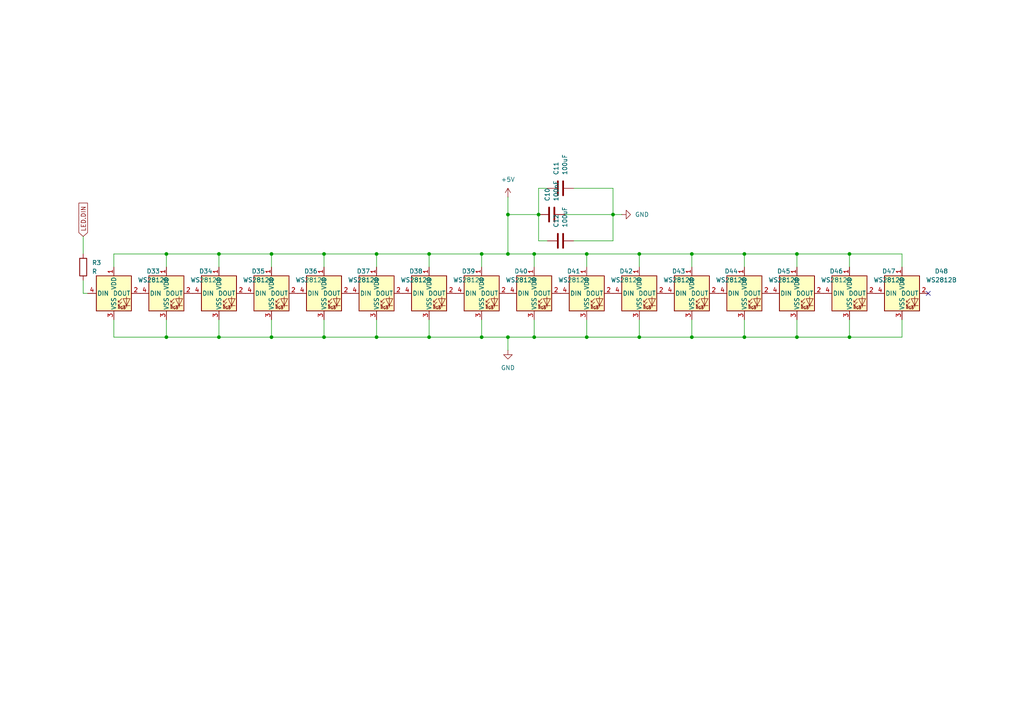
<source format=kicad_sch>
(kicad_sch (version 20250114) (generator "eeschema") (generator_version "9.0")
  (paper "A4")
  (lib_symbols
    (symbol "Device:C" (pin_numbers (hide yes)) (pin_names (offset 0.254))
      (property "Reference" "C" (at 0.635 2.54 0))
      (property "Value" "C" (at 0.635 -2.54 0))
      (symbol "C_0_1"
        (polyline (pts (xy -2.032 0.762) (xy 2.032 0.762)) (stroke (width 0.508)))
        (polyline (pts (xy -2.032 -0.762) (xy 2.032 -0.762)) (stroke (width 0.508)))
      )
      (symbol "C_1_1"
        (pin passive line (at 0 3.81 270) (length 2.794) (name "~") (number "1"))
        (pin passive line (at 0 -3.81 90) (length 2.794) (name "~") (number "2"))
      )
    )
    (symbol "Device:R" (pin_numbers (hide yes)) (pin_names (offset 0))
      (property "Reference" "R" (at 2.032 0 90))
      (property "Value" "R" (at 0 0 90))
      (symbol "R_0_1"
        (rectangle (start -1.016 -2.54) (end 1.016 2.54) (stroke (width 0.254)))
      )
      (symbol "R_1_1"
        (pin passive line (at 0 3.81 270) (length 1.27) (name "~") (number "1"))
        (pin passive line (at 0 -3.81 90) (length 1.27) (name "~") (number "2"))
      )
    )
    (symbol "LED:WS2812B" (pin_names (offset 0.254))
      (property "Reference" "D" (at 5.08 5.715 0))
      (property "Value" "WS2812B" (at 1.27 -5.715 0))
      (symbol "WS2812B_0_0"
        (text "RGB" (at 2.286 -4.191 0) (effects (font (size 0.762 0.762))))
      )
      (symbol "WS2812B_0_1"
        (polyline (pts (xy 1.27 -2.54) (xy 1.778 -2.54)))
        (polyline (pts (xy 1.27 -3.556) (xy 1.778 -3.556)))
        (polyline (pts (xy 2.286 -1.524) (xy 1.27 -2.54) (xy 1.27 -2.032)))
        (polyline (pts (xy 2.286 -2.54) (xy 1.27 -3.556) (xy 1.27 -3.048)))
        (polyline (pts (xy 3.683 -1.016) (xy 3.683 -3.556) (xy 3.683 -4.064)))
        (polyline (pts (xy 4.699 -1.524) (xy 2.667 -1.524) (xy 3.683 -3.556) (xy 4.699 -1.524)))
        (polyline (pts (xy 4.699 -3.556) (xy 2.667 -3.556)))
        (rectangle (start 5.08 5.08) (end -5.08 -5.08) (stroke (width 0.254)) (fill (type background)))
      )
      (symbol "WS2812B_1_1"
        (pin input line (at -7.62 0 0) (length 2.54) (name "DIN") (number "4"))
        (pin power_in line (at 0 7.62 270) (length 2.54) (name "VDD") (number "1"))
        (pin power_in line (at 0 -7.62 90) (length 2.54) (name "VSS") (number "3"))
        (pin output line (at 7.62 0 180) (length 2.54) (name "DOUT") (number "2"))
      )
    )
    (symbol "power:+5V" (power) (pin_numbers (hide yes)) (pin_names (offset 0) (hide yes))
      (property "Value" "+5V" (at 0 3.556 0))
      (symbol "+5V_0_1"
        (polyline (pts (xy -0.762 1.27) (xy 0 2.54)))
        (polyline (pts (xy 0 2.54) (xy 0.762 1.27)))
        (polyline (pts (xy 0 0) (xy 0 2.54)))
      )
      (symbol "+5V_1_1"
        (pin power_in line (at 0 0 90) (length 0) (name "~") (number "1"))
      )
    )
    (symbol "power:GND" (power) (pin_numbers (hide yes)) (pin_names (offset 0) (hide yes))
      (property "Value" "GND" (at 0 -3.81 0))
      (symbol "GND_0_1"
        (polyline (pts (xy 0 0) (xy 0 -1.27) (xy 1.27 -1.27) (xy 0 -2.54) (xy -1.27 -1.27) (xy 0 -1.27)))
      )
      (symbol "GND_1_1"
        (pin power_in line (at 0 0 270) (length 0) (name "~") (number "1"))
      )
    )
  )
  (junction (at 48.26 73.66))
  (junction (at 78.74 73.66))
  (junction (at 215.9 73.66))
  (junction (at 154.94 73.66))
  (junction (at 200.66 73.66))
  (junction (at 246.38 73.66))
  (junction (at 63.5 73.66))
  (junction (at 200.66 97.79))
  (junction (at 215.9 97.79))
  (junction (at 147.32 73.66))
  (junction (at 246.38 97.79))
  (junction (at 139.7 97.79))
  (junction (at 63.5 97.79))
  (junction (at 124.46 97.79))
  (junction (at 185.42 97.79))
  (junction (at 124.46 73.66))
  (junction (at 185.42 73.66))
  (junction (at 109.22 73.66))
  (junction (at 48.26 97.79))
  (junction (at 231.14 73.66))
  (junction (at 147.32 97.79))
  (junction (at 93.98 97.79))
  (junction (at 109.22 97.79))
  (junction (at 154.94 97.79))
  (junction (at 139.7 73.66))
  (junction (at 177.8 62.23))
  (junction (at 170.18 73.66))
  (junction (at 170.18 97.79))
  (junction (at 156.21 62.23))
  (junction (at 93.98 73.66))
  (junction (at 231.14 97.79))
  (junction (at 78.74 97.79))
  (junction (at 147.32 62.23))
  (no_connect (at 269.24 85.09))
  (wire (pts (xy 78.74 73.66) (xy 78.74 77.47)))
  (wire (pts (xy 109.22 73.66) (xy 93.98 73.66)))
  (wire (pts (xy 154.94 73.66) (xy 170.18 73.66)))
  (wire (pts (xy 156.21 54.61) (xy 156.21 62.23)))
  (wire (pts (xy 109.22 97.79) (xy 124.46 97.79)))
  (wire (pts (xy 231.14 73.66) (xy 231.14 77.47)))
  (wire (pts (xy 246.38 73.66) (xy 261.62 73.66)))
  (wire (pts (xy 158.75 54.61) (xy 156.21 54.61)))
  (wire (pts (xy 261.62 92.71) (xy 261.62 97.79)))
  (wire (pts (xy 63.5 73.66) (xy 63.5 77.47)))
  (wire (pts (xy 109.22 73.66) (xy 109.22 77.47)))
  (wire (pts (xy 200.66 73.66) (xy 215.9 73.66)))
  (wire (pts (xy 231.14 92.71) (xy 231.14 97.79)))
  (wire (pts (xy 147.32 73.66) (xy 154.94 73.66)))
  (wire (pts (xy 48.26 73.66) (xy 33.02 73.66)))
  (wire (pts (xy 24.13 81.28) (xy 24.13 85.09)))
  (wire (pts (xy 261.62 77.47) (xy 261.62 73.66)))
  (wire (pts (xy 154.94 73.66) (xy 154.94 77.47)))
  (wire (pts (xy 215.9 92.71) (xy 215.9 97.79)))
  (wire (pts (xy 63.5 73.66) (xy 48.26 73.66)))
  (wire (pts (xy 177.8 62.23) (xy 180.34 62.23)))
  (wire (pts (xy 231.14 73.66) (xy 246.38 73.66)))
  (wire (pts (xy 231.14 97.79) (xy 215.9 97.79)))
  (wire (pts (xy 33.02 97.79) (xy 48.26 97.79)))
  (wire (pts (xy 93.98 97.79) (xy 109.22 97.79)))
  (wire (pts (xy 166.37 54.61) (xy 177.8 54.61)))
  (wire (pts (xy 147.32 62.23) (xy 156.21 62.23)))
  (wire (pts (xy 124.46 73.66) (xy 139.7 73.66)))
  (wire (pts (xy 147.32 57.15) (xy 147.32 62.23)))
  (wire (pts (xy 63.5 97.79) (xy 78.74 97.79)))
  (wire (pts (xy 33.02 92.71) (xy 33.02 97.79)))
  (wire (pts (xy 78.74 73.66) (xy 63.5 73.66)))
  (wire (pts (xy 185.42 73.66) (xy 200.66 73.66)))
  (wire (pts (xy 215.9 73.66) (xy 215.9 77.47)))
  (wire (pts (xy 200.66 97.79) (xy 185.42 97.79)))
  (wire (pts (xy 170.18 92.71) (xy 170.18 97.79)))
  (wire (pts (xy 139.7 73.66) (xy 139.7 77.47)))
  (wire (pts (xy 93.98 73.66) (xy 93.98 77.47)))
  (wire (pts (xy 48.26 73.66) (xy 48.26 77.47)))
  (wire (pts (xy 24.13 68.58) (xy 24.13 73.66)))
  (wire (pts (xy 170.18 73.66) (xy 185.42 73.66)))
  (wire (pts (xy 177.8 69.85) (xy 177.8 62.23)))
  (wire (pts (xy 124.46 73.66) (xy 109.22 73.66)))
  (wire (pts (xy 158.75 69.85) (xy 156.21 69.85)))
  (wire (pts (xy 147.32 97.79) (xy 147.32 101.6)))
  (wire (pts (xy 163.83 62.23) (xy 177.8 62.23)))
  (wire (pts (xy 156.21 69.85) (xy 156.21 62.23)))
  (wire (pts (xy 139.7 97.79) (xy 147.32 97.79)))
  (wire (pts (xy 124.46 97.79) (xy 139.7 97.79)))
  (wire (pts (xy 185.42 73.66) (xy 185.42 77.47)))
  (wire (pts (xy 215.9 73.66) (xy 231.14 73.66)))
  (wire (pts (xy 154.94 92.71) (xy 154.94 97.79)))
  (wire (pts (xy 246.38 97.79) (xy 231.14 97.79)))
  (wire (pts (xy 185.42 92.71) (xy 185.42 97.79)))
  (wire (pts (xy 170.18 73.66) (xy 170.18 77.47)))
  (wire (pts (xy 93.98 73.66) (xy 78.74 73.66)))
  (wire (pts (xy 177.8 54.61) (xy 177.8 62.23)))
  (wire (pts (xy 200.66 92.71) (xy 200.66 97.79)))
  (wire (pts (xy 78.74 97.79) (xy 93.98 97.79)))
  (wire (pts (xy 200.66 73.66) (xy 200.66 77.47)))
  (wire (pts (xy 154.94 97.79) (xy 147.32 97.79)))
  (wire (pts (xy 261.62 97.79) (xy 246.38 97.79)))
  (wire (pts (xy 24.13 85.09) (xy 25.4 85.09)))
  (wire (pts (xy 139.7 73.66) (xy 147.32 73.66)))
  (wire (pts (xy 93.98 92.71) (xy 93.98 97.79)))
  (wire (pts (xy 48.26 92.71) (xy 48.26 97.79)))
  (wire (pts (xy 48.26 97.79) (xy 63.5 97.79)))
  (wire (pts (xy 124.46 73.66) (xy 124.46 77.47)))
  (wire (pts (xy 78.74 92.71) (xy 78.74 97.79)))
  (wire (pts (xy 215.9 97.79) (xy 200.66 97.79)))
  (wire (pts (xy 185.42 97.79) (xy 170.18 97.79)))
  (wire (pts (xy 109.22 92.71) (xy 109.22 97.79)))
  (wire (pts (xy 147.32 62.23) (xy 147.32 73.66)))
  (wire (pts (xy 139.7 92.71) (xy 139.7 97.79)))
  (wire (pts (xy 246.38 73.66) (xy 246.38 77.47)))
  (wire (pts (xy 124.46 92.71) (xy 124.46 97.79)))
  (wire (pts (xy 33.02 73.66) (xy 33.02 77.47)))
  (wire (pts (xy 166.37 69.85) (xy 177.8 69.85)))
  (wire (pts (xy 170.18 97.79) (xy 154.94 97.79)))
  (wire (pts (xy 246.38 92.71) (xy 246.38 97.79)))
  (wire (pts (xy 63.5 92.71) (xy 63.5 97.79)))
  (global_label "LED.DIN" (shape input) (at 24.13 68.58 90) (property "Intersheetrefs" "${INTERSHEET_REFS}" (effects (hide yes))))
  (symbol (lib_id "Device:C") (at 162.56 69.85 90) (unit 1)
    (property "Reference" "C12" (at 161.2899 66.04 0) (effects (justify left)))
    (property "Value" "100uF" (at 163.8299 66.04 0) (effects (justify left)))
    (property "Description" "Unpolarized capacitor" (effects (hide yes)))
  )
  (symbol (lib_id "LED:WS2812B") (at 154.94 85.09 0) (unit 1)
    (property "Reference" "D41" (at 166.37 78.6698 0))
    (property "Value" "WS2812B" (at 166.37 81.2098 0))
    (property "Footprint" "LED_SMD:LED_WS2812B_PLCC4_5.0x5.0mm_P3.2mm" (effects (hide yes)))
    (property "Datasheet" "https://cdn-shop.adafruit.com/datasheets/WS2812B.pdf" (effects (hide yes)))
    (property "Description" "RGB LED with integrated controller" (effects (hide yes)))
  )
  (symbol (lib_id "LED:WS2812B") (at 200.66 85.09 0) (unit 1)
    (property "Reference" "D44" (at 212.09 78.6698 0))
    (property "Value" "WS2812B" (at 212.09 81.2098 0))
    (property "Footprint" "LED_SMD:LED_WS2812B_PLCC4_5.0x5.0mm_P3.2mm" (effects (hide yes)))
    (property "Datasheet" "https://cdn-shop.adafruit.com/datasheets/WS2812B.pdf" (effects (hide yes)))
    (property "Description" "RGB LED with integrated controller" (effects (hide yes)))
  )
  (symbol (lib_id "LED:WS2812B") (at 185.42 85.09 0) (unit 1)
    (property "Reference" "D43" (at 196.85 78.6698 0))
    (property "Value" "WS2812B" (at 196.85 81.2098 0))
    (property "Footprint" "LED_SMD:LED_WS2812B_PLCC4_5.0x5.0mm_P3.2mm" (effects (hide yes)))
    (property "Datasheet" "https://cdn-shop.adafruit.com/datasheets/WS2812B.pdf" (effects (hide yes)))
    (property "Description" "RGB LED with integrated controller" (effects (hide yes)))
  )
  (symbol (lib_id "LED:WS2812B") (at 63.5 85.09 0) (unit 1)
    (property "Reference" "D35" (at 74.93 78.6698 0))
    (property "Value" "WS2812B" (at 74.93 81.2098 0))
    (property "Footprint" "LED_SMD:LED_WS2812B_PLCC4_5.0x5.0mm_P3.2mm" (effects (hide yes)))
    (property "Datasheet" "https://cdn-shop.adafruit.com/datasheets/WS2812B.pdf" (effects (hide yes)))
    (property "Description" "RGB LED with integrated controller" (effects (hide yes)))
  )
  (symbol (lib_id "LED:WS2812B") (at 246.38 85.09 0) (unit 1)
    (property "Reference" "D47" (at 257.81 78.6698 0))
    (property "Value" "WS2812B" (at 257.81 81.2098 0))
    (property "Footprint" "LED_SMD:LED_WS2812B_PLCC4_5.0x5.0mm_P3.2mm" (effects (hide yes)))
    (property "Datasheet" "https://cdn-shop.adafruit.com/datasheets/WS2812B.pdf" (effects (hide yes)))
    (property "Description" "RGB LED with integrated controller" (effects (hide yes)))
  )
  (symbol (lib_id "power:GND") (at 180.34 62.23 90) (unit 1)
    (property "Reference" "#PWR024" (effects (hide yes)))
    (property "Value" "GND" (at 184.15 62.2299 90) (effects (justify right)))
    (property "Description" "Power symbol creates a global label with name \"GND\" , ground" (effects (hide yes)))
  )
  (symbol (lib_id "LED:WS2812B") (at 139.7 85.09 0) (unit 1)
    (property "Reference" "D40" (at 151.13 78.6698 0))
    (property "Value" "WS2812B" (at 151.13 81.2098 0))
    (property "Footprint" "LED_SMD:LED_WS2812B_PLCC4_5.0x5.0mm_P3.2mm" (effects (hide yes)))
    (property "Datasheet" "https://cdn-shop.adafruit.com/datasheets/WS2812B.pdf" (effects (hide yes)))
    (property "Description" "RGB LED with integrated controller" (effects (hide yes)))
  )
  (symbol (lib_id "LED:WS2812B") (at 78.74 85.09 0) (unit 1)
    (property "Reference" "D36" (at 90.17 78.6698 0))
    (property "Value" "WS2812B" (at 90.17 81.2098 0))
    (property "Footprint" "LED_SMD:LED_WS2812B_PLCC4_5.0x5.0mm_P3.2mm" (effects (hide yes)))
    (property "Datasheet" "https://cdn-shop.adafruit.com/datasheets/WS2812B.pdf" (effects (hide yes)))
    (property "Description" "RGB LED with integrated controller" (effects (hide yes)))
  )
  (symbol (lib_id "LED:WS2812B") (at 261.62 85.09 0) (unit 1)
    (property "Reference" "D48" (at 273.05 78.6698 0))
    (property "Value" "WS2812B" (at 273.05 81.2098 0))
    (property "Footprint" "LED_SMD:LED_WS2812B_PLCC4_5.0x5.0mm_P3.2mm" (effects (hide yes)))
    (property "Datasheet" "https://cdn-shop.adafruit.com/datasheets/WS2812B.pdf" (effects (hide yes)))
    (property "Description" "RGB LED with integrated controller" (effects (hide yes)))
  )
  (symbol (lib_id "LED:WS2812B") (at 33.02 85.09 0) (unit 1)
    (property "Reference" "D33" (at 44.45 78.6698 0))
    (property "Value" "WS2812B" (at 44.45 81.2098 0))
    (property "Footprint" "LED_SMD:LED_WS2812B_PLCC4_5.0x5.0mm_P3.2mm" (effects (hide yes)))
    (property "Datasheet" "https://cdn-shop.adafruit.com/datasheets/WS2812B.pdf" (effects (hide yes)))
    (property "Description" "RGB LED with integrated controller" (effects (hide yes)))
  )
  (symbol (lib_id "LED:WS2812B") (at 109.22 85.09 0) (unit 1)
    (property "Reference" "D38" (at 120.65 78.6698 0))
    (property "Value" "WS2812B" (at 120.65 81.2098 0))
    (property "Footprint" "LED_SMD:LED_WS2812B_PLCC4_5.0x5.0mm_P3.2mm" (effects (hide yes)))
    (property "Datasheet" "https://cdn-shop.adafruit.com/datasheets/WS2812B.pdf" (effects (hide yes)))
    (property "Description" "RGB LED with integrated controller" (effects (hide yes)))
  )
  (symbol (lib_id "Device:C") (at 160.02 62.23 90) (unit 1)
    (property "Reference" "C10" (at 158.7499 58.42 0) (effects (justify left)))
    (property "Value" "100nF" (at 161.2899 58.42 0) (effects (justify left)))
    (property "Description" "Unpolarized capacitor" (effects (hide yes)))
  )
  (symbol (lib_id "Device:R") (at 24.13 77.47 0) (unit 1)
    (property "Reference" "R3" (at 26.67 76.1999 0) (effects (justify left)))
    (property "Value" "R" (at 26.67 78.7399 0) (effects (justify left)))
    (property "Description" "Resistor" (effects (hide yes)))
  )
  (symbol (lib_id "LED:WS2812B") (at 231.14 85.09 0) (unit 1)
    (property "Reference" "D46" (at 242.57 78.6698 0))
    (property "Value" "WS2812B" (at 242.57 81.2098 0))
    (property "Footprint" "LED_SMD:LED_WS2812B_PLCC4_5.0x5.0mm_P3.2mm" (effects (hide yes)))
    (property "Datasheet" "https://cdn-shop.adafruit.com/datasheets/WS2812B.pdf" (effects (hide yes)))
    (property "Description" "RGB LED with integrated controller" (effects (hide yes)))
  )
  (symbol (lib_id "LED:WS2812B") (at 124.46 85.09 0) (unit 1)
    (property "Reference" "D39" (at 135.89 78.6698 0))
    (property "Value" "WS2812B" (at 135.89 81.2098 0))
    (property "Footprint" "LED_SMD:LED_WS2812B_PLCC4_5.0x5.0mm_P3.2mm" (effects (hide yes)))
    (property "Datasheet" "https://cdn-shop.adafruit.com/datasheets/WS2812B.pdf" (effects (hide yes)))
    (property "Description" "RGB LED with integrated controller" (effects (hide yes)))
  )
  (symbol (lib_id "LED:WS2812B") (at 170.18 85.09 0) (unit 1)
    (property "Reference" "D42" (at 181.61 78.6698 0))
    (property "Value" "WS2812B" (at 181.61 81.2098 0))
    (property "Footprint" "LED_SMD:LED_WS2812B_PLCC4_5.0x5.0mm_P3.2mm" (effects (hide yes)))
    (property "Datasheet" "https://cdn-shop.adafruit.com/datasheets/WS2812B.pdf" (effects (hide yes)))
    (property "Description" "RGB LED with integrated controller" (effects (hide yes)))
  )
  (symbol (lib_id "power:GND") (at 147.32 101.6 0) (unit 1)
    (property "Reference" "#PWR023" (effects (hide yes)))
    (property "Value" "GND" (at 147.32 106.68 0))
    (property "Description" "Power symbol creates a global label with name \"GND\" , ground" (effects (hide yes)))
  )
  (symbol (lib_id "LED:WS2812B") (at 215.9 85.09 0) (unit 1)
    (property "Reference" "D45" (at 227.33 78.6698 0))
    (property "Value" "WS2812B" (at 227.33 81.2098 0))
    (property "Footprint" "LED_SMD:LED_WS2812B_PLCC4_5.0x5.0mm_P3.2mm" (effects (hide yes)))
    (property "Datasheet" "https://cdn-shop.adafruit.com/datasheets/WS2812B.pdf" (effects (hide yes)))
    (property "Description" "RGB LED with integrated controller" (effects (hide yes)))
  )
  (symbol (lib_id "Device:C") (at 162.56 54.61 90) (unit 1)
    (property "Reference" "C11" (at 161.2899 50.8 0) (effects (justify left)))
    (property "Value" "100uF" (at 163.8299 50.8 0) (effects (justify left)))
    (property "Description" "Unpolarized capacitor" (effects (hide yes)))
  )
  (symbol (lib_id "power:+5V") (at 147.32 57.15 0) (unit 1)
    (property "Reference" "#PWR022" (effects (hide yes)))
    (property "Value" "+5V" (at 147.32 52.07 0))
    (property "Description" "Power symbol creates a global label with name \"+5V\"" (effects (hide yes)))
  )
  (symbol (lib_id "LED:WS2812B") (at 48.26 85.09 0) (unit 1)
    (property "Reference" "D34" (at 59.69 78.6698 0))
    (property "Value" "WS2812B" (at 59.69 81.2098 0))
    (property "Footprint" "LED_SMD:LED_WS2812B_PLCC4_5.0x5.0mm_P3.2mm" (effects (hide yes)))
    (property "Datasheet" "https://cdn-shop.adafruit.com/datasheets/WS2812B.pdf" (effects (hide yes)))
    (property "Description" "RGB LED with integrated controller" (effects (hide yes)))
  )
  (symbol (lib_id "LED:WS2812B") (at 93.98 85.09 0) (unit 1)
    (property "Reference" "D37" (at 105.41 78.6698 0))
    (property "Value" "WS2812B" (at 105.41 81.2098 0))
    (property "Footprint" "LED_SMD:LED_WS2812B_PLCC4_5.0x5.0mm_P3.2mm" (effects (hide yes)))
    (property "Datasheet" "https://cdn-shop.adafruit.com/datasheets/WS2812B.pdf" (effects (hide yes)))
    (property "Description" "RGB LED with integrated controller" (effects (hide yes)))
  )
)
</source>
